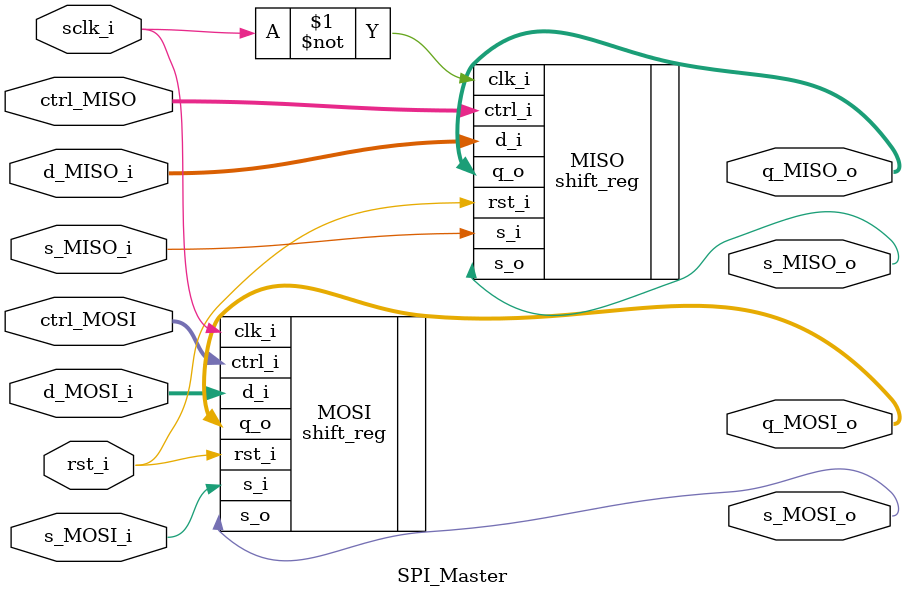
<source format=sv>
`timescale 1ns / 1ps

module SPI_Master
    (
        input logic         sclk_i,
        input logic         rst_i,
        input logic  [1:0]  ctrl_MOSI,
        input logic  [1:0]  ctrl_MISO,
        input logic         s_MOSI_i,
        input logic         s_MISO_i,
        input logic  [15:0]  d_MOSI_i,
        input logic  [15:0]  d_MISO_i,
        
        output logic [15:0]  q_MOSI_o,
        output logic [15:0]  q_MISO_o,
        output logic        s_MOSI_o,
        output logic        s_MISO_o
    );
    
    shift_reg #(.N(16)) MOSI
    (
        .clk_i      (sclk_i),
        .rst_i      (rst_i),
        .s_i        (s_MOSI_i),
        .ctrl_i     (ctrl_MOSI),
        .d_i        (d_MOSI_i),
        .q_o        (q_MOSI_o),
        .s_o        (s_MOSI_o)
    );
    
    shift_reg #(.N(16)) MISO
    (
        .clk_i      (~sclk_i),
        .rst_i      (rst_i),
        .s_i        (s_MISO_i),
        .ctrl_i     (ctrl_MISO),
        .d_i        (d_MISO_i),
        .q_o        (q_MISO_o),
        .s_o        (s_MISO_o)
    );
    
endmodule
</source>
